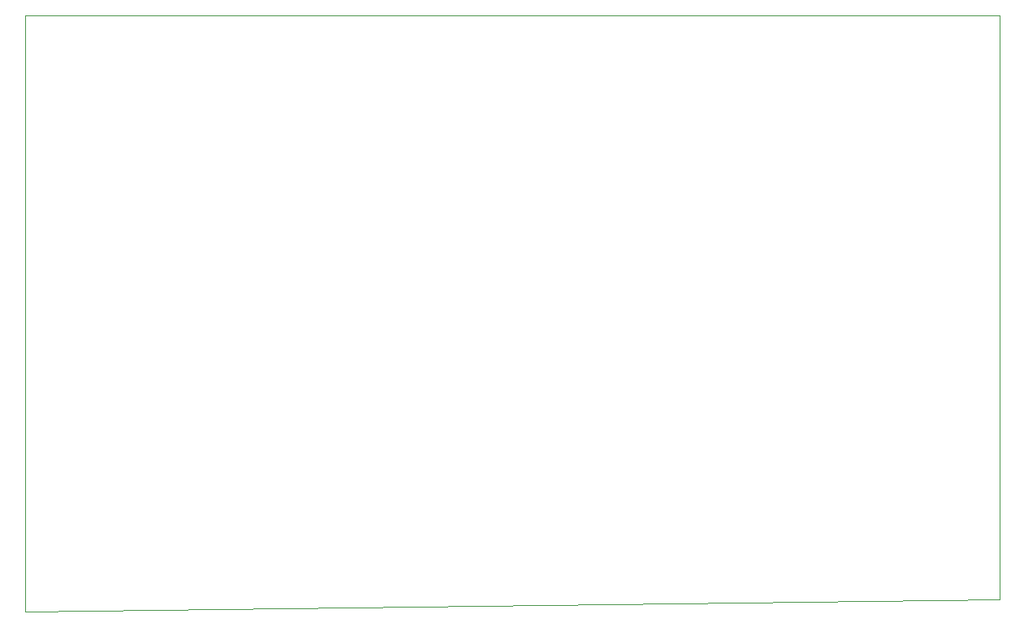
<source format=gbr>
G04 DipTrace 4.2.0.1*
G04 BoardOutline.gbr*
%MOIN*%
G04 #@! TF.FileFunction,Profile*
G04 #@! TF.Part,Single*
%ADD10C,0.004724*%
%FSLAX26Y26*%
G04*
G70*
G90*
G75*
G01*
G04 BoardOutline*
%LPD*%
X393701Y2843701D2*
D10*
X4393701D1*
Y443701D1*
X393701Y393701D1*
Y2843701D1*
M02*

</source>
